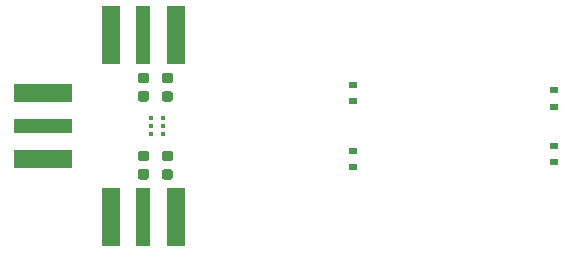
<source format=gtp>
G04 #@! TF.GenerationSoftware,KiCad,Pcbnew,5.1.10-88a1d61d58~88~ubuntu18.04.1*
G04 #@! TF.CreationDate,2021-09-27T18:06:16+02:00*
G04 #@! TF.ProjectId,rf_phase_shifter_2_45GHz,72665f70-6861-4736-955f-736869667465,1.0.0*
G04 #@! TF.SameCoordinates,Original*
G04 #@! TF.FileFunction,Paste,Top*
G04 #@! TF.FilePolarity,Positive*
%FSLAX46Y46*%
G04 Gerber Fmt 4.6, Leading zero omitted, Abs format (unit mm)*
G04 Created by KiCad (PCBNEW 5.1.10-88a1d61d58~88~ubuntu18.04.1) date 2021-09-27 18:06:16*
%MOMM*%
%LPD*%
G01*
G04 APERTURE LIST*
%ADD10R,0.700000X0.600000*%
%ADD11R,0.330000X0.350000*%
%ADD12R,5.000000X1.200000*%
%ADD13R,5.000000X1.600000*%
%ADD14R,1.200000X5.000000*%
%ADD15R,1.600000X5.000000*%
G04 APERTURE END LIST*
D10*
X119227600Y-60577500D03*
X119227600Y-61977500D03*
D11*
X85103000Y-58278000D03*
X85103000Y-58928000D03*
X85103000Y-59578000D03*
X86093000Y-59578000D03*
X86093000Y-58928000D03*
X86093000Y-58278000D03*
D12*
X75967000Y-58928000D03*
D13*
X75967000Y-61698000D03*
X75967000Y-56158000D03*
D14*
X84455000Y-66654000D03*
D15*
X87225000Y-66654000D03*
X81685000Y-66654000D03*
D14*
X84455000Y-51202000D03*
D15*
X81685000Y-51202000D03*
X87225000Y-51202000D03*
G36*
G01*
X86743250Y-61880000D02*
X86230750Y-61880000D01*
G75*
G02*
X86012000Y-61661250I0J218750D01*
G01*
X86012000Y-61223750D01*
G75*
G02*
X86230750Y-61005000I218750J0D01*
G01*
X86743250Y-61005000D01*
G75*
G02*
X86962000Y-61223750I0J-218750D01*
G01*
X86962000Y-61661250D01*
G75*
G02*
X86743250Y-61880000I-218750J0D01*
G01*
G37*
G36*
G01*
X86743250Y-63455000D02*
X86230750Y-63455000D01*
G75*
G02*
X86012000Y-63236250I0J218750D01*
G01*
X86012000Y-62798750D01*
G75*
G02*
X86230750Y-62580000I218750J0D01*
G01*
X86743250Y-62580000D01*
G75*
G02*
X86962000Y-62798750I0J-218750D01*
G01*
X86962000Y-63236250D01*
G75*
G02*
X86743250Y-63455000I-218750J0D01*
G01*
G37*
G36*
G01*
X86230750Y-55976000D02*
X86743250Y-55976000D01*
G75*
G02*
X86962000Y-56194750I0J-218750D01*
G01*
X86962000Y-56632250D01*
G75*
G02*
X86743250Y-56851000I-218750J0D01*
G01*
X86230750Y-56851000D01*
G75*
G02*
X86012000Y-56632250I0J218750D01*
G01*
X86012000Y-56194750D01*
G75*
G02*
X86230750Y-55976000I218750J0D01*
G01*
G37*
G36*
G01*
X86230750Y-54401000D02*
X86743250Y-54401000D01*
G75*
G02*
X86962000Y-54619750I0J-218750D01*
G01*
X86962000Y-55057250D01*
G75*
G02*
X86743250Y-55276000I-218750J0D01*
G01*
X86230750Y-55276000D01*
G75*
G02*
X86012000Y-55057250I0J218750D01*
G01*
X86012000Y-54619750D01*
G75*
G02*
X86230750Y-54401000I218750J0D01*
G01*
G37*
D10*
X119227600Y-57278500D03*
X119227600Y-55878500D03*
X102158800Y-62422000D03*
X102158800Y-61022000D03*
X102171500Y-55434000D03*
X102171500Y-56834000D03*
G36*
G01*
X84705000Y-61905000D02*
X84205000Y-61905000D01*
G75*
G02*
X83980000Y-61680000I0J225000D01*
G01*
X83980000Y-61230000D01*
G75*
G02*
X84205000Y-61005000I225000J0D01*
G01*
X84705000Y-61005000D01*
G75*
G02*
X84930000Y-61230000I0J-225000D01*
G01*
X84930000Y-61680000D01*
G75*
G02*
X84705000Y-61905000I-225000J0D01*
G01*
G37*
G36*
G01*
X84705000Y-63455000D02*
X84205000Y-63455000D01*
G75*
G02*
X83980000Y-63230000I0J225000D01*
G01*
X83980000Y-62780000D01*
G75*
G02*
X84205000Y-62555000I225000J0D01*
G01*
X84705000Y-62555000D01*
G75*
G02*
X84930000Y-62780000I0J-225000D01*
G01*
X84930000Y-63230000D01*
G75*
G02*
X84705000Y-63455000I-225000J0D01*
G01*
G37*
G36*
G01*
X84705000Y-55301000D02*
X84205000Y-55301000D01*
G75*
G02*
X83980000Y-55076000I0J225000D01*
G01*
X83980000Y-54626000D01*
G75*
G02*
X84205000Y-54401000I225000J0D01*
G01*
X84705000Y-54401000D01*
G75*
G02*
X84930000Y-54626000I0J-225000D01*
G01*
X84930000Y-55076000D01*
G75*
G02*
X84705000Y-55301000I-225000J0D01*
G01*
G37*
G36*
G01*
X84705000Y-56851000D02*
X84205000Y-56851000D01*
G75*
G02*
X83980000Y-56626000I0J225000D01*
G01*
X83980000Y-56176000D01*
G75*
G02*
X84205000Y-55951000I225000J0D01*
G01*
X84705000Y-55951000D01*
G75*
G02*
X84930000Y-56176000I0J-225000D01*
G01*
X84930000Y-56626000D01*
G75*
G02*
X84705000Y-56851000I-225000J0D01*
G01*
G37*
M02*

</source>
